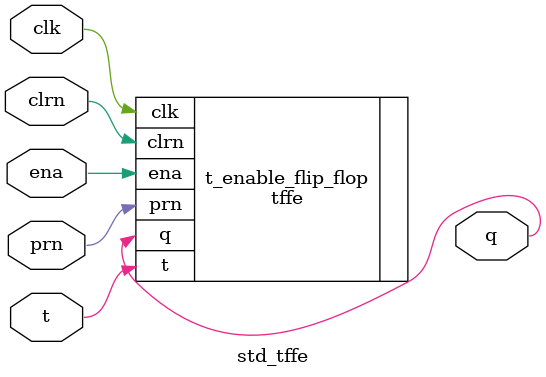
<source format=sv>
module std_tffe
(
	input t,
	input clk,
	input clrn,
	input prn,
	input ena,
	output logic q
);

`ifdef NO_PRIMITIVES

	// In Altera devices, register signals have a set priority.
	// The HDL design should reflect this priority.
	always_ff @(negedge clrn, negedge prn, posedge clk) begin : t_enable_flip_flop
		// The asynchronous reset signal has highest priority
		if (~clrn) begin
			q <= 1'b0;
		end else if (~prn) begin
			q <= 1'b1;
		end else if(ena) begin
			q <= q ^ t;
		end
	end : t_enable_flip_flop
	
`else

	tffe t_enable_flip_flop 
	(
		.t(t), 
		.clk(clk), 
		.clrn(clrn), 
		.prn(prn), 
		.ena(ena), 
		.q(q)
	);
	
`endif

endmodule: std_tffe
</source>
